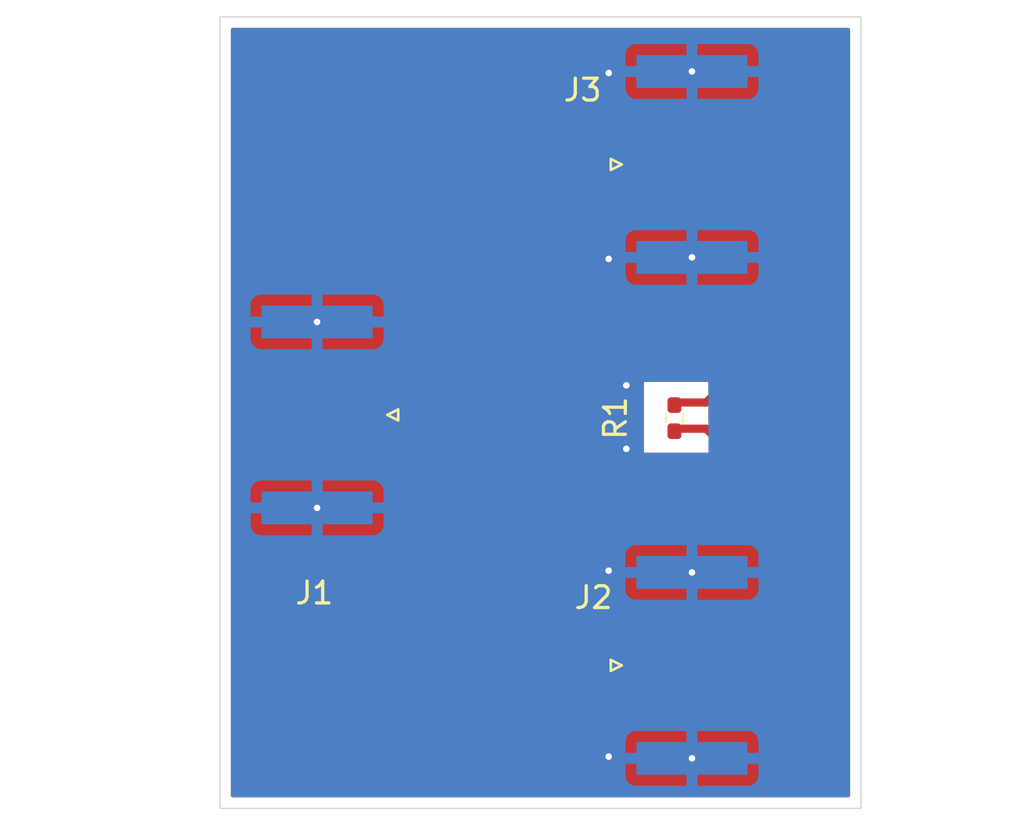
<source format=kicad_pcb>
(kicad_pcb (version 20241229) (generator "pcbnew") (generator_version "9.0")
  (layers (0 "F.Cu" signal) (2 "B.Cu" signal) (13 "F.Paste" user) (15 "B.Paste" user) (5 "F.SilkS" user "F.Silkscreen") (7 "B.SilkS" user "B.Silkscreen") (1 "F.Mask" user) (3 "B.Mask" user) (25 "Edge.Cuts" user))
  (net 0 "")
  (net 1 "GND")
  (net 2 "Net-(J1-In)")
  (footprint "Connector_Coaxial:SMA_Amphenol_132289_EdgeMount" (layer "F.Cu") (at 145.3075 84.68)
    (property "Reference" "J3" (at -5 -3.4 0) (layer "F.SilkS"))
    (property "Value" "Conn_Coaxial")
    (fp_line (start -3.71 -0.25) (end -3.71 0.25) (stroke (width 0.12)) (layer "F.SilkS"))
    (fp_line (start -3.71 0.25) (end -3.21 0) (stroke (width 0.12)) (layer "F.SilkS"))
    (fp_line (start -3.21 0) (end -3.71 -0.25) (stroke (width 0.12)) (layer "F.SilkS"))
    (pad "1" smd rect (at 0 0 90) (size 1.5 5.08) (layers "F.Cu" "F.Mask" "F.Paste") (net 2 "Net-(J1-In)"))
    (pad "2" smd rect (at 0 -4.25 90) (size 1.5 5.08) (layers "F.Cu" "F.Mask" "F.Paste") (net 1 "GND"))
    (pad "2" smd rect (at 0 -4.25 90) (size 1.5 5.08) (layers "B.Cu" "B.Mask" "B.Paste") (net 1 "GND"))
    (pad "2" smd rect (at 0 4.25 90) (size 1.5 5.08) (layers "F.Cu" "F.Mask" "F.Paste") (net 1 "GND"))
    (pad "2" smd rect (at 0 4.25 90) (size 1.5 5.08) (layers "B.Cu" "B.Mask" "B.Paste") (net 1 "GND"))
  )
  (footprint "Connector_Coaxial:SMA_Amphenol_132289_EdgeMount" (layer "F.Cu") (at 145.3075 107.58)
    (property "Reference" "J2" (at -4.5 -3.1 0) (layer "F.SilkS"))
    (property "Value" "Conn_Coaxial")
    (fp_line (start -3.71 -0.25) (end -3.71 0.25) (stroke (width 0.12)) (layer "F.SilkS"))
    (fp_line (start -3.71 0.25) (end -3.21 0) (stroke (width 0.12)) (layer "F.SilkS"))
    (fp_line (start -3.21 0) (end -3.71 -0.25) (stroke (width 0.12)) (layer "F.SilkS"))
    (pad "1" smd rect (at 0 0 90) (size 1.5 5.08) (layers "F.Cu" "F.Mask" "F.Paste") (net 2 "Net-(J1-In)"))
    (pad "2" smd rect (at 0 -4.25 90) (size 1.5 5.08) (layers "F.Cu" "F.Mask" "F.Paste") (net 1 "GND"))
    (pad "2" smd rect (at 0 -4.25 90) (size 1.5 5.08) (layers "B.Cu" "B.Mask" "B.Paste") (net 1 "GND"))
    (pad "2" smd rect (at 0 4.25 90) (size 1.5 5.08) (layers "F.Cu" "F.Mask" "F.Paste") (net 1 "GND"))
    (pad "2" smd rect (at 0 4.25 90) (size 1.5 5.08) (layers "B.Cu" "B.Mask" "B.Paste") (net 1 "GND"))
  )
  (footprint "Connector_Coaxial:SMA_Amphenol_132289_EdgeMount" (layer "F.Cu") (at 128.17 96.13 180)
    (property "Reference" "J1" (at 0.1245 -8.139 0) (layer "F.SilkS"))
    (property "Value" "Conn_Coaxial")
    (fp_line (start -3.21 0) (end -3.71 -0.25) (stroke (width 0.12)) (layer "F.SilkS"))
    (fp_line (start -3.71 0.25) (end -3.21 0) (stroke (width 0.12)) (layer "F.SilkS"))
    (fp_line (start -3.71 -0.25) (end -3.71 0.25) (stroke (width 0.12)) (layer "F.SilkS"))
    (pad "1" smd rect (at 0 0 270) (size 1.5 5.08) (layers "F.Cu" "F.Mask" "F.Paste") (net 2 "Net-(J1-In)"))
    (pad "2" smd rect (at 0 -4.25 270) (size 1.5 5.08) (layers "F.Cu" "F.Mask" "F.Paste") (net 1 "GND"))
    (pad "2" smd rect (at 0 -4.25 270) (size 1.5 5.08) (layers "B.Cu" "B.Mask" "B.Paste") (net 1 "GND"))
    (pad "2" smd rect (at 0 4.25 270) (size 1.5 5.08) (layers "F.Cu" "F.Mask" "F.Paste") (net 1 "GND"))
    (pad "2" smd rect (at 0 4.25 270) (size 1.5 5.08) (layers "B.Cu" "B.Mask" "B.Paste") (net 1 "GND"))
  )
  (footprint "Resistor_SMD:R_0402_1005Metric_Pad0.72x0.64mm_HandSolder" (layer "F.Cu") (at 144.5075 96.2775 90)
    (property "Reference" "R1" (at 0 -2.7 90) (layer "F.SilkS"))
    (property "Value" "100")
    (fp_line (start -0.167621 -0.38) (end 0.167621 -0.38) (stroke (width 0.12)) (layer "F.SilkS"))
    (fp_line (start -0.167621 0.38) (end 0.167621 0.38) (stroke (width 0.12)) (layer "F.SilkS"))
    (pad "1" smd roundrect (at -0.5975 0 90) (size 0.715 0.64) (layers "F.Cu" "F.Mask" "F.Paste") (net 2 "Net-(J1-In)"))
    (pad "2" smd roundrect (at 0.5975 0 90) (size 0.715 0.64) (layers "F.Cu" "F.Mask" "F.Paste") (net 2 "Net-(J1-In)"))
  )
  (gr_rect (start 123.7295 77.935) (end 153.0375 114.115) (stroke (width 0.05)) (fill no) (layer "Edge.Cuts"))
  (via (at 145.3075 88.93) (size 0.6) (drill 0.3) (layers "F.Cu" "B.Cu") (net 1))
  (via (at 141.5 89) (size 0.6) (drill 0.3) (layers "F.Cu" "B.Cu") (net 1))
  (via (at 141.5 103.25) (size 0.6) (drill 0.3) (layers "F.Cu" "B.Cu") (net 1))
  (via (at 128.17 91.88) (size 0.6) (drill 0.3) (layers "F.Cu" "B.Cu") (net 1))
  (via (at 145.3075 111.83) (size 0.6) (drill 0.3) (layers "F.Cu" "B.Cu") (net 1))
  (via (at 145.3075 80.43) (size 0.6) (drill 0.3) (layers "F.Cu" "B.Cu") (net 1))
  (via (at 141.5 111.75) (size 0.6) (drill 0.3) (layers "F.Cu" "B.Cu") (net 1))
  (via (at 128.17 100.38) (size 0.6) (drill 0.3) (layers "F.Cu" "B.Cu") (net 1))
  (via (at 142.3075 94.78) (size 0.6) (drill 0.3) (layers "F.Cu" "B.Cu") (net 1))
  (via (at 141.5 80.5) (size 0.6) (drill 0.3) (layers "F.Cu" "B.Cu") (net 1))
  (via (at 145.3075 103.33) (size 0.6) (drill 0.3) (layers "F.Cu" "B.Cu") (net 1))
  (via (at 142.3075 97.68) (size 0.6) (drill 0.3) (layers "F.Cu" "B.Cu") (net 1))
  (segment (start 134.5475 84.66) (end 145.2875 84.66) (width 0.375) (layer "F.Cu") (net 2))
  (segment (start 145.9575 96.76) (end 151.485 102.2875) (width 0.375) (layer "F.Cu") (net 2))
  (segment (start 132.5175 105.61) (end 132.5175 96.15) (width 0.375) (layer "F.Cu") (net 2))
  (segment (start 151.485 106.0975) (end 149.94 107.6425) (width 0.375) (layer "F.Cu") (net 2))
  (segment (start 151.485 102.2875) (end 151.485 106.0975) (width 0.375) (layer "F.Cu") (net 2))
  (segment (start 132.0875 96.13) (end 132.2575 96.13) (width 0.45) (layer "F.Cu") (net 2))
  (segment (start 145.2875 84.66) (end 145.3075 84.68) (width 0.375) (layer "F.Cu") (net 2))
  (segment (start 145.96 95.5625) (end 151.4875 90.035) (width 0.375) (layer "F.Cu") (net 2))
  (segment (start 127.0175 96.13) (end 131.4475 96.13) (width 0.768) (layer "F.Cu") (net 2))
  (segment (start 151.4875 86.225) (end 149.9425 84.68) (width 0.375) (layer "F.Cu") (net 2))
  (segment (start 149.94 107.6425) (end 147.04 107.6425) (width 0.375) (layer "F.Cu") (net 2))
  (segment (start 149.9425 84.68) (end 147.0425 84.68) (width 0.375) (layer "F.Cu") (net 2))
  (segment (start 151.4875 90.035) (end 151.4875 86.225) (width 0.375) (layer "F.Cu") (net 2))
  (segment (start 144.5 96.76) (end 145.9575 96.76) (width 0.375) (layer "F.Cu") (net 2))
  (segment (start 144.5025 95.5625) (end 145.96 95.5625) (width 0.375) (layer "F.Cu") (net 2))
  (segment (start 145.2475 107.64) (end 145.3075 107.58) (width 0.375) (layer "F.Cu") (net 2))
  (segment (start 131.4475 96.13) (end 132.0875 96.13) (width 0.55) (layer "F.Cu") (net 2))
  (segment (start 134.5475 107.64) (end 145.2475 107.64) (width 0.375) (layer "F.Cu") (net 2))
  (segment (start 132.5175 96.12) (end 132.5175 86.66) (width 0.375) (layer "F.Cu") (net 2))
  (arc (start 132.5175 105.64) (mid 133.103286 107.054213) (end 134.5175 107.64) (width 0.375) (layer "F.Cu") (net 2))
  (arc (start 132.5175 86.66) (mid 133.103286 85.245787) (end 134.5175 84.66) (width 0.375) (layer "F.Cu") (net 2))
  (zone (net 1) (net_name "GND") (layer "F.Cu") (priority 1) (connect_pads yes (clearance 0.2)) (min_thickness 0.15) (fill yes (thermal_gap 0.5) (thermal_bridge_width 0.5))
    (polygon (pts (xy 123.7275 77.966) (xy 123.7275 114.116) (xy 152.9975 114.116) (xy 152.9975 77.966)))
  )
  (zone (net 0) (net_name "") (layers "F.Cu" "B.Cu") (connect_pads yes (clearance 0)) (min_thickness 0.15)
    (keepout (tracks allowed) (vias allowed) (pads allowed) (copperpour not_allowed) (footprints allowed))
    (fill (thermal_gap 0.5) (thermal_bridge_width 0.5))
    (polygon (pts (xy 143.1125 94.6175) (xy 146.052782 94.6175) (xy 146.061935 97.8575) (xy 143.1125 97.8575)))
  )
  (zone (net 1) (net_name "GND") (layer "B.Cu") (priority 1) (connect_pads (clearance 0.5)) (min_thickness 0.25) (fill yes (thermal_gap 0.5) (thermal_bridge_width 0.5))
    (polygon (pts (xy 123.7295 114.115) (xy 153.0375 114.115) (xy 153.0375 77.935) (xy 123.7295 77.935)))
  )
)
</source>
